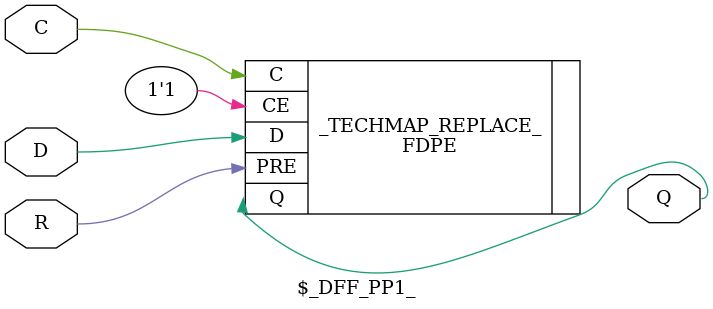
<source format=v>
/*
 *  yosys -- Yosys Open SYnthesis Suite
 *
 *  Copyright (C) 2012  Clifford Wolf <clifford@clifford.at>
 *
 *  Permission to use, copy, modify, and/or distribute this software for any
 *  purpose with or without fee is hereby granted, provided that the above
 *  copyright notice and this permission notice appear in all copies.
 *
 *  THE SOFTWARE IS PROVIDED "AS IS" AND THE AUTHOR DISCLAIMS ALL WARRANTIES
 *  WITH REGARD TO THIS SOFTWARE INCLUDING ALL IMPLIED WARRANTIES OF
 *  MERCHANTABILITY AND FITNESS. IN NO EVENT SHALL THE AUTHOR BE LIABLE FOR
 *  ANY SPECIAL, DIRECT, INDIRECT, OR CONSEQUENTIAL DAMAGES OR ANY DAMAGES
 *  WHATSOEVER RESULTING FROM LOSS OF USE, DATA OR PROFITS, WHETHER IN AN
 *  ACTION OF CONTRACT, NEGLIGENCE OR OTHER TORTIOUS ACTION, ARISING OUT OF
 *  OR IN CONNECTION WITH THE USE OR PERFORMANCE OF THIS SOFTWARE.
 *
 */

// ============================================================================
// FF mapping

`ifndef _NO_FFS

module  \$_DFF_N_   (input D, C, output Q);    FDRE_1 #(.INIT(|0)) _TECHMAP_REPLACE_ (.D(D), .Q(Q), .C(C), .CE(1'b1), .R(1'b0)); endmodule
module  \$_DFF_P_   (input D, C, output Q);
`ifndef _ABC
	FDRE   #(.INIT(|0)) _TECHMAP_REPLACE_ (.D(D), .Q(Q), .C(C), .CE(1'b1), .R(1'b0));
`else
	wire \$nextQ ;
	\$__ABC_FDRE #(.INIT(|0)) _TECHMAP_REPLACE_ (.D(D), .Q(\$nextQ ), .\$pastQ (Q), .C(C), .CE(1'b1), .R(1'b0));
	\$__ABC_FF_ abc_dff (.D(\$nextQ ), .Q(Q));
`endif
endmodule

module  \$_DFFE_NP_ (input D, C, E, output Q); FDRE_1 #(.INIT(|0)) _TECHMAP_REPLACE_ (.D(D), .Q(Q), .C(C), .CE(E),    .R(1'b0)); endmodule
module  \$_DFFE_PP_ (input D, C, E, output Q);
`ifndef _ABC
	FDRE   #(.INIT(|0)) _TECHMAP_REPLACE_ (.D(D), .Q(Q), .C(C), .CE(E),    .R(1'b0));
`else
	wire \$nextQ ;
	\$__ABC_FDRE #(.INIT(|0)) _TECHMAP_REPLACE_ (.D(D), .Q(\$nextQ ), .\$pastQ (Q), .C(C), .CE(E), .R(1'b0));
	\$__ABC_FF_ abc_dff (.D(\$nextQ ), .Q(Q));
`endif
endmodule

module  \$_DFF_NN0_ (input D, C, R, output Q); FDCE_1 #(.INIT(|0)) _TECHMAP_REPLACE_ (.D(D), .Q(Q), .C(C), .CE(1'b1), .CLR(!R)); endmodule
module  \$_DFF_NP0_ (input D, C, R, output Q); FDCE_1 #(.INIT(|0)) _TECHMAP_REPLACE_ (.D(D), .Q(Q), .C(C), .CE(1'b1), .CLR( R)); endmodule
module  \$_DFF_PN0_ (input D, C, R, output Q); FDCE   #(.INIT(|0)) _TECHMAP_REPLACE_ (.D(D), .Q(Q), .C(C), .CE(1'b1), .CLR(!R)); endmodule
module  \$_DFF_PP0_ (input D, C, R, output Q); FDCE   #(.INIT(|0)) _TECHMAP_REPLACE_ (.D(D), .Q(Q), .C(C), .CE(1'b1), .CLR( R)); endmodule

module  \$_DFF_NN1_ (input D, C, R, output Q); FDPE_1 #(.INIT(|0)) _TECHMAP_REPLACE_ (.D(D), .Q(Q), .C(C), .CE(1'b1), .PRE(!R)); endmodule
module  \$_DFF_NP1_ (input D, C, R, output Q); FDPE_1 #(.INIT(|0)) _TECHMAP_REPLACE_ (.D(D), .Q(Q), .C(C), .CE(1'b1), .PRE( R)); endmodule
module  \$_DFF_PN1_ (input D, C, R, output Q); FDPE   #(.INIT(|0)) _TECHMAP_REPLACE_ (.D(D), .Q(Q), .C(C), .CE(1'b1), .PRE(!R)); endmodule
module  \$_DFF_PP1_ (input D, C, R, output Q); FDPE   #(.INIT(|0)) _TECHMAP_REPLACE_ (.D(D), .Q(Q), .C(C), .CE(1'b1), .PRE( R)); endmodule

`endif


</source>
